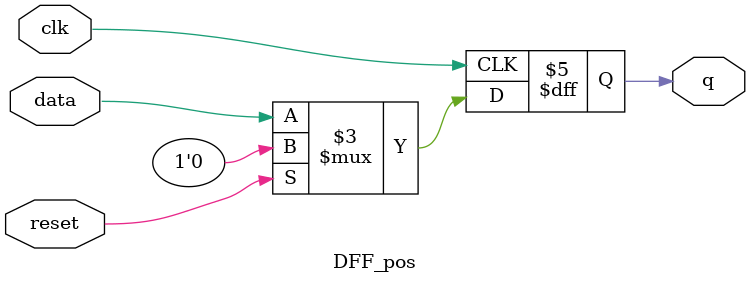
<source format=sv>
module DFF_pos(
	input logic data,
	input logic reset,
	input logic clk,
	output logic q

);

always_ff @(posedge clk)
	begin
		if(reset)
			begin
				q <= 1'b0;
				
			end
		else
			begin
				q <= data;
				
			end
	end
endmodule

</source>
